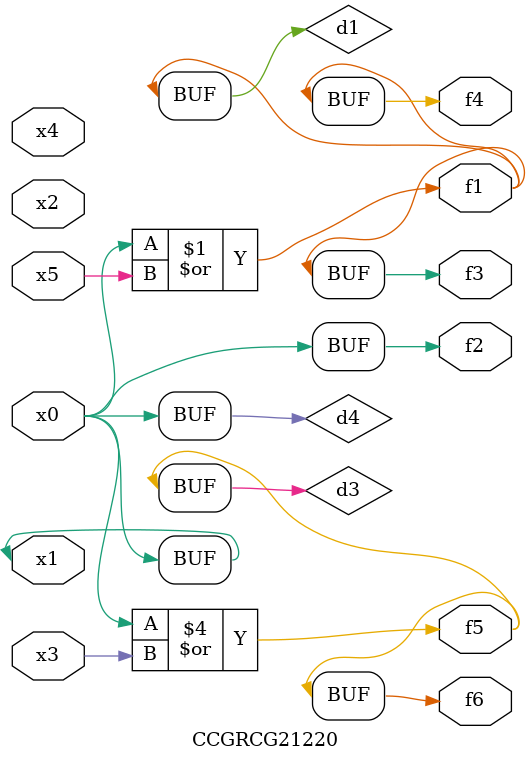
<source format=v>
module CCGRCG21220(
	input x0, x1, x2, x3, x4, x5,
	output f1, f2, f3, f4, f5, f6
);

	wire d1, d2, d3, d4;

	or (d1, x0, x5);
	xnor (d2, x1, x4);
	or (d3, x0, x3);
	buf (d4, x0, x1);
	assign f1 = d1;
	assign f2 = d4;
	assign f3 = d1;
	assign f4 = d1;
	assign f5 = d3;
	assign f6 = d3;
endmodule

</source>
